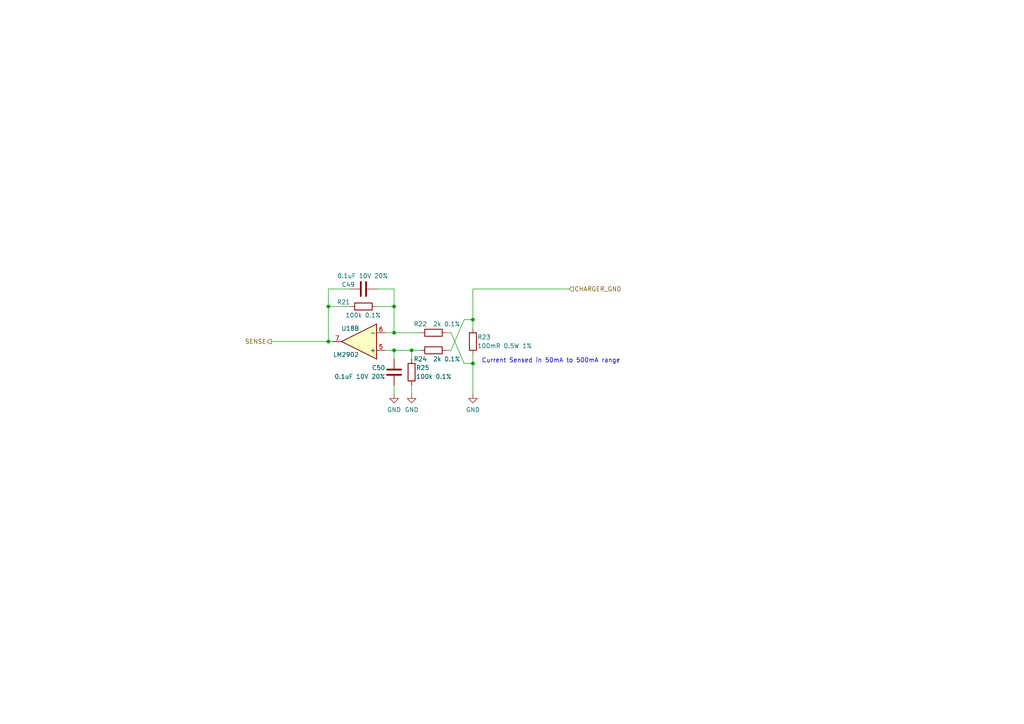
<source format=kicad_sch>
(kicad_sch (version 20211123) (generator eeschema)
  (paper "A4")
  (lib_symbols
    (symbol "Amplifier_Operational:LM2902" (pin_names (offset 0.127))
      (property "Reference" "U" (at 0 5.08 0))
      (property "Value" "LM2902" (at 0 -5.08 0))
      (symbol "LM2902_1_1"
        (polyline (pts (xy -5.08 5.08) (xy 5.08 0) (xy -5.08 -5.08) (xy -5.08 5.08)) (stroke (width 0.254)) (fill (type background)))
        (pin output line (at 7.62 0 180) (length 2.54) (name "~") (number "1"))
        (pin input line (at -7.62 -2.54 0) (length 2.54) (name "-") (number "2"))
        (pin input line (at -7.62 2.54 0) (length 2.54) (name "+") (number "3"))
      )
      (symbol "LM2902_2_1"
        (polyline (pts (xy -5.08 5.08) (xy 5.08 0) (xy -5.08 -5.08) (xy -5.08 5.08)) (stroke (width 0.254)) (fill (type background)))
        (pin input line (at -7.62 2.54 0) (length 2.54) (name "+") (number "5"))
        (pin input line (at -7.62 -2.54 0) (length 2.54) (name "-") (number "6"))
        (pin output line (at 7.62 0 180) (length 2.54) (name "~") (number "7"))
      )
      (symbol "LM2902_3_1"
        (polyline (pts (xy -5.08 5.08) (xy 5.08 0) (xy -5.08 -5.08) (xy -5.08 5.08)) (stroke (width 0.254)) (fill (type background)))
        (pin input line (at -7.62 2.54 0) (length 2.54) (name "+") (number "10"))
        (pin output line (at 7.62 0 180) (length 2.54) (name "~") (number "8"))
        (pin input line (at -7.62 -2.54 0) (length 2.54) (name "-") (number "9"))
      )
      (symbol "LM2902_4_1"
        (polyline (pts (xy -5.08 5.08) (xy 5.08 0) (xy -5.08 -5.08) (xy -5.08 5.08)) (stroke (width 0.254)) (fill (type background)))
        (pin input line (at -7.62 2.54 0) (length 2.54) (name "+") (number "12"))
        (pin input line (at -7.62 -2.54 0) (length 2.54) (name "-") (number "13"))
        (pin output line (at 7.62 0 180) (length 2.54) (name "~") (number "14"))
      )
      (symbol "LM2902_5_1"
        (pin power_in line (at -2.54 -7.62 90) (length 3.81) (name "V-") (number "11"))
        (pin power_in line (at -2.54 7.62 270) (length 3.81) (name "V+") (number "4"))
      )
    )
    (symbol "Device:C" (pin_numbers hide) (pin_names (offset 0.254))
      (property "Reference" "C" (at 0.635 2.54 0))
      (property "Value" "C" (at 0.635 -2.54 0))
      (symbol "C_0_1"
        (polyline (pts (xy -2.032 -0.762) (xy 2.032 -0.762)) (stroke (width 0.508)))
        (polyline (pts (xy -2.032 0.762) (xy 2.032 0.762)) (stroke (width 0.508)))
      )
      (symbol "C_1_1"
        (pin passive line (at 0 3.81 270) (length 2.794) (name "~") (number "1"))
        (pin passive line (at 0 -3.81 90) (length 2.794) (name "~") (number "2"))
      )
    )
    (symbol "Device:R" (pin_numbers hide) (pin_names (offset 0))
      (property "Reference" "R" (at 2.032 0 90))
      (property "Value" "R" (at 0 0 90))
      (symbol "R_0_1"
        (rectangle (start -1.016 -2.54) (end 1.016 2.54) (stroke (width 0.254)))
      )
      (symbol "R_1_1"
        (pin passive line (at 0 3.81 270) (length 1.27) (name "~") (number "1"))
        (pin passive line (at 0 -3.81 90) (length 1.27) (name "~") (number "2"))
      )
    )
    (symbol "power:GND" (power) (pin_names (offset 0))
      (property "Value" "GND" (at 0 -3.81 0))
      (symbol "GND_0_1"
        (polyline (pts (xy 0 0) (xy 0 -1.27) (xy 1.27 -1.27) (xy 0 -2.54) (xy -1.27 -1.27) (xy 0 -1.27)))
      )
      (symbol "GND_1_1"
        (pin power_in line (at 0 0 270) (length 0) hide (name "GND") (number "1"))
      )
    )
  )
  (junction (at 137.16 92.71))
  (junction (at 95.25 99.06))
  (junction (at 95.25 88.9))
  (junction (at 119.38 101.6))
  (junction (at 114.3 96.52))
  (junction (at 137.16 105.41))
  (junction (at 114.3 101.6))
  (junction (at 114.3 88.9))
  (wire (pts (xy 137.16 83.82) (xy 165.1 83.82)))
  (wire (pts (xy 95.25 99.06) (xy 78.74 99.06)))
  (wire (pts (xy 121.92 101.6) (xy 119.38 101.6)))
  (wire (pts (xy 119.38 111.76) (xy 119.38 114.3)))
  (wire (pts (xy 109.22 88.9) (xy 114.3 88.9)))
  (wire (pts (xy 114.3 88.9) (xy 114.3 96.52)))
  (wire (pts (xy 114.3 96.52) (xy 111.76 96.52)))
  (wire (pts (xy 130.81 101.6) (xy 134.62 92.71)))
  (wire (pts (xy 101.6 83.82) (xy 95.25 83.82)))
  (wire (pts (xy 134.62 105.41) (xy 137.16 105.41)))
  (wire (pts (xy 137.16 105.41) (xy 137.16 102.87)))
  (wire (pts (xy 101.6 88.9) (xy 95.25 88.9)))
  (wire (pts (xy 114.3 111.76) (xy 114.3 114.3)))
  (wire (pts (xy 114.3 101.6) (xy 111.76 101.6)))
  (wire (pts (xy 114.3 101.6) (xy 114.3 104.14)))
  (wire (pts (xy 119.38 101.6) (xy 119.38 104.14)))
  (wire (pts (xy 137.16 92.71) (xy 137.16 95.25)))
  (wire (pts (xy 129.54 96.52) (xy 130.81 96.52)))
  (wire (pts (xy 129.54 101.6) (xy 130.81 101.6)))
  (wire (pts (xy 95.25 83.82) (xy 95.25 88.9)))
  (wire (pts (xy 130.81 96.52) (xy 134.62 105.41)))
  (wire (pts (xy 96.52 99.06) (xy 95.25 99.06)))
  (wire (pts (xy 134.62 92.71) (xy 137.16 92.71)))
  (wire (pts (xy 109.22 83.82) (xy 114.3 83.82)))
  (wire (pts (xy 137.16 105.41) (xy 137.16 114.3)))
  (wire (pts (xy 137.16 83.82) (xy 137.16 92.71)))
  (wire (pts (xy 114.3 83.82) (xy 114.3 88.9)))
  (wire (pts (xy 95.25 88.9) (xy 95.25 99.06)))
  (wire (pts (xy 119.38 101.6) (xy 114.3 101.6)))
  (wire (pts (xy 121.92 96.52) (xy 114.3 96.52)))
  (text "Current Sensed in 50mA to 500mA range" (at 139.7 105.41 0) (effects (font (size 1.27 1.27)) (justify left bottom)))
  (hierarchical_label "CHARGER_GND" (shape input) (at 165.1 83.82 0))
  (hierarchical_label "SENSE" (shape output) (at 78.74 99.06 180))
  (symbol (lib_id "Amplifier_Operational:LM2902") (at 104.14 99.06 180) (unit 2)
    (property "Reference" "U18" (at 101.6 95.25 0))
    (property "Value" "LM2902" (at 100.33 102.87 0))
    (property "Footprint" "Package_SO:TSSOP-14_4.4x5mm_P0.65mm" (effects hide))
    (property "Datasheet" "http://www.ti.com/lit/ds/symlink/lm2902-n.pdf" (effects hide))
    (property "Manufacturer" "Texas Instrument" (effects hide))
    (property "Manufacturer Part Number" "LM2902PWR" (effects hide))
  )
  (symbol (lib_id "Device:R") (at 105.41 88.9 90) (mirror x) (unit 1)
    (property "Reference" "R21" (at 101.6 87.63 90) (effects (justify left)))
    (property "Value" "100k 0.1%" (at 110.49 91.44 90) (effects (justify left)))
    (property "Footprint" "Resistor_SMD:R_0402_1005Metric" (effects hide))
    (property "Generic OK" "NO" (effects hide))
    (property "Manufacturer" "UNI-ROYAL(Uniroyal Elec)" (effects hide))
    (property "Manufacturer Part Number" "TC0225B1003TCC" (effects hide))
  )
  (symbol (lib_id "Device:R") (at 125.73 101.6 270) (mirror x) (unit 1)
    (property "Reference" "R24" (at 121.92 104.14 90))
    (property "Value" "2k 0.1%" (at 129.54 104.14 90))
    (property "Footprint" "Resistor_SMD:R_0402_1005Metric" (effects hide))
    (property "Manufacturer" "YAGEO" (effects hide))
    (property "Manufacturer Part Number" "RT0402BRD072KL" (effects hide))
    (property "Generic OK" "YES" (effects hide))
  )
  (symbol (lib_id "Device:C") (at 114.3 107.95 0) (unit 1)
    (property "Reference" "C50" (at 111.76 106.68 0) (effects (justify right)))
    (property "Value" "0.1uF 10V 20%" (at 111.76 109.22 0) (effects (justify right)))
    (property "Footprint" "Capacitor_SMD:C_0402_1005Metric" (effects hide))
    (property "Manufacturer" "Murata" (effects hide))
    (property "Manufacturer Part Number" "GRM155R61H104KE19D" (effects hide))
    (property "Generic OK" "YES" (effects hide))
  )
  (symbol (lib_id "power:GND") (at 137.16 114.3 0) (mirror y) (unit 1)
    (property "Reference" "#PWR043" (effects hide))
    (property "Value" "GND" (at 137.16 118.8625 0))
  )
  (symbol (lib_id "Device:R") (at 137.16 99.06 0) (mirror x) (unit 1)
    (property "Reference" "R23" (at 138.43 97.79 0) (effects (justify left)))
    (property "Value" "100mR 0.5W 1%" (at 138.43 100.33 0) (effects (justify left)))
    (property "Footprint" "Resistor_SMD:R_2010_5025Metric" (effects hide))
    (property "Manufacturer" "YAGEO" (effects hide))
    (property "Manufacturer Part Number" "RL2010FK-070R1L" (effects hide))
    (property "Generic OK" "NO" (effects hide))
  )
  (symbol (lib_id "Device:C") (at 105.41 83.82 270) (unit 1)
    (property "Reference" "C49" (at 99.06 82.55 90) (effects (justify left)))
    (property "Value" "0.1uF 10V 20%" (at 97.79 80.01 90) (effects (justify left)))
    (property "Footprint" "Capacitor_SMD:C_0402_1005Metric" (effects hide))
    (property "Manufacturer" "Murata" (effects hide))
    (property "Manufacturer Part Number" "GRM155R61H104KE19D" (effects hide))
    (property "Generic OK" "YES" (effects hide))
  )
  (symbol (lib_id "power:GND") (at 119.38 114.3 0) (mirror y) (unit 1)
    (property "Reference" "#PWR042" (effects hide))
    (property "Value" "GND" (at 119.38 118.8625 0))
  )
  (symbol (lib_id "Device:R") (at 119.38 107.95 0) (mirror x) (unit 1)
    (property "Reference" "R25" (at 120.65 106.68 0) (effects (justify left)))
    (property "Value" "100k 0.1%" (at 120.65 109.22 0) (effects (justify left)))
    (property "Footprint" "Resistor_SMD:R_0402_1005Metric" (effects hide))
    (property "Generic OK" "NO" (effects hide))
    (property "Manufacturer" "UNI-ROYAL(Uniroyal Elec)" (effects hide))
    (property "Manufacturer Part Number" "TC0225B1003TCC" (effects hide))
  )
  (symbol (lib_id "Device:R") (at 125.73 96.52 270) (mirror x) (unit 1)
    (property "Reference" "R22" (at 121.92 93.98 90))
    (property "Value" "2k 0.1%" (at 129.54 93.98 90))
    (property "Footprint" "Resistor_SMD:R_0402_1005Metric" (effects hide))
    (property "Manufacturer" "YAGEO" (effects hide))
    (property "Manufacturer Part Number" "RT0402BRD072KL" (effects hide))
    (property "Generic OK" "YES" (effects hide))
  )
  (symbol (lib_id "power:GND") (at 114.3 114.3 0) (mirror y) (unit 1)
    (property "Reference" "#PWR040" (effects hide))
    (property "Value" "GND" (at 114.3 118.8625 0))
  )
)
</source>
